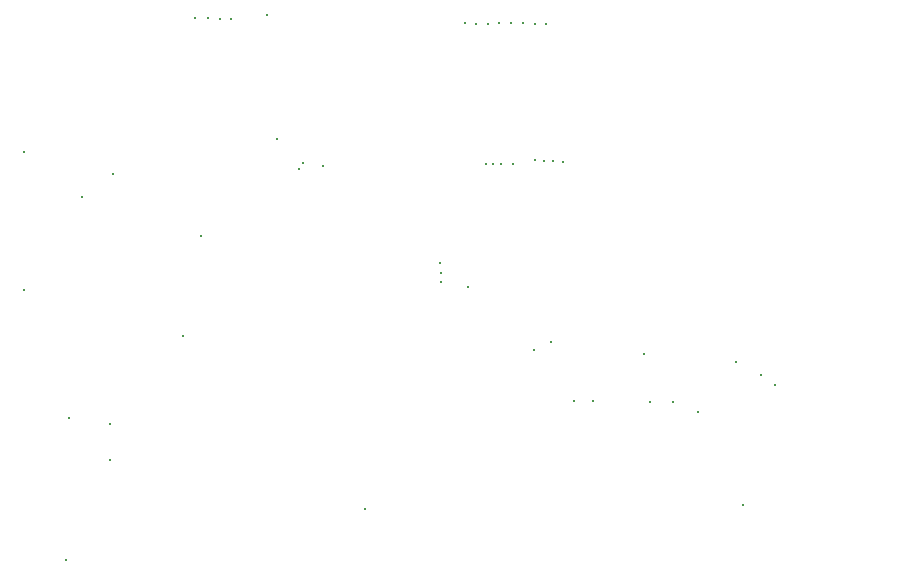
<source format=gbr>
%TF.GenerationSoftware,Altium Limited,Altium Designer,23.4.1 (23)*%
G04 Layer_Color=0*
%FSLAX45Y45*%
%MOMM*%
%TF.SameCoordinates,C80D94D6-ACD9-4930-820E-424AA932BAC3*%
%TF.FilePolarity,Positive*%
%TF.FileFunction,Plated,1,2,Blind,Drill*%
%TF.Part,Single*%
G01*
G75*
%TA.AperFunction,ViaDrill,NotFilled*%
%ADD88C,0.15000*%
%ADD89C,0.20000*%
%ADD90C,0.30000*%
D88*
X12631701Y7891701D02*
D03*
X12641265Y8528735D02*
D03*
X12721265Y8448735D02*
D03*
X11990000Y8310000D02*
D03*
X13350000Y8300000D02*
D03*
X13630000Y8390000D02*
D03*
X12550000Y8140000D02*
D03*
X13350000Y7660000D02*
D03*
X13239999Y5880000D02*
D03*
X13510001Y6310000D02*
D03*
X12230000Y7740000D02*
D03*
X14280000Y7050000D02*
D03*
X12624235Y7632721D02*
D03*
X12390000Y7820000D02*
D03*
Y7740000D02*
D03*
X11980000Y7950000D02*
D03*
X11920000Y8480000D02*
D03*
X13110001Y7340000D02*
D03*
X12897501Y6920000D02*
D03*
X13110001Y8140000D02*
D03*
X13189999Y7900000D02*
D03*
X12875000Y7817500D02*
D03*
X11270000Y8070000D02*
D03*
X12230000Y8140000D02*
D03*
X13000000Y7340000D02*
D03*
X11780000Y8880000D02*
D03*
X12470000Y8060000D02*
D03*
X16989999Y8860000D02*
D03*
X12630000Y8940000D02*
D03*
X12950000Y8460000D02*
D03*
X13430000Y7500000D02*
D03*
X12800000Y6820000D02*
D03*
X12760000Y6870000D02*
D03*
X12790000Y6740000D02*
D03*
X13300200Y8929800D02*
D03*
X16810001Y9670000D02*
D03*
X13189999Y8780000D02*
D03*
X13350000Y8620000D02*
D03*
X17220000Y8770000D02*
D03*
X12710000Y7900000D02*
D03*
X12550000Y7500000D02*
D03*
X12790000Y7900000D02*
D03*
D89*
X14285001Y7472500D02*
D03*
X14138254Y7400754D02*
D03*
X13580000Y7940000D02*
D03*
X13344003Y8140000D02*
D03*
X13350000Y8054004D02*
D03*
X15320000Y6960000D02*
D03*
X15120000D02*
D03*
X14639999Y6970000D02*
D03*
X14480000D02*
D03*
X15070000Y7370000D02*
D03*
X13350000Y7980000D02*
D03*
X15847501Y7302500D02*
D03*
X16062500Y7190000D02*
D03*
X16182500Y7105000D02*
D03*
X11480000Y10210000D02*
D03*
X11965000Y9192500D02*
D03*
X11273700Y10213700D02*
D03*
X11380000Y10212500D02*
D03*
X11577500Y10202500D02*
D03*
D90*
X9820000Y7910000D02*
D03*
X10310000Y8700000D02*
D03*
X15910001Y6090000D02*
D03*
X15530000Y6880000D02*
D03*
X12710000Y6060000D02*
D03*
X10550000Y6780000D02*
D03*
Y6470000D02*
D03*
X9820000Y9080000D02*
D03*
X10580000Y8890000D02*
D03*
X11320000Y8370000D02*
D03*
X11170000Y7520000D02*
D03*
X10200000Y6830000D02*
D03*
X10180000Y5630000D02*
D03*
X13864999Y8977500D02*
D03*
X13730000D02*
D03*
X14385001Y8997500D02*
D03*
X12154736Y8937236D02*
D03*
X12187500Y8987500D02*
D03*
X12352479Y8959979D02*
D03*
X11882500Y10237500D02*
D03*
X14242500Y10162500D02*
D03*
X14145000Y10165000D02*
D03*
X14045000Y10170000D02*
D03*
X13945000Y10172500D02*
D03*
X13842500Y10170000D02*
D03*
X13747501Y10162500D02*
D03*
X13650000Y10165000D02*
D03*
X13552499Y10172500D02*
D03*
X14145000Y9015000D02*
D03*
X14305000Y9005000D02*
D03*
X14227499D02*
D03*
X13797501Y8980000D02*
D03*
X13962500Y8982500D02*
D03*
%TF.MD5,f5b1fae15afc98927059192eacc3cb7b*%
M02*

</source>
